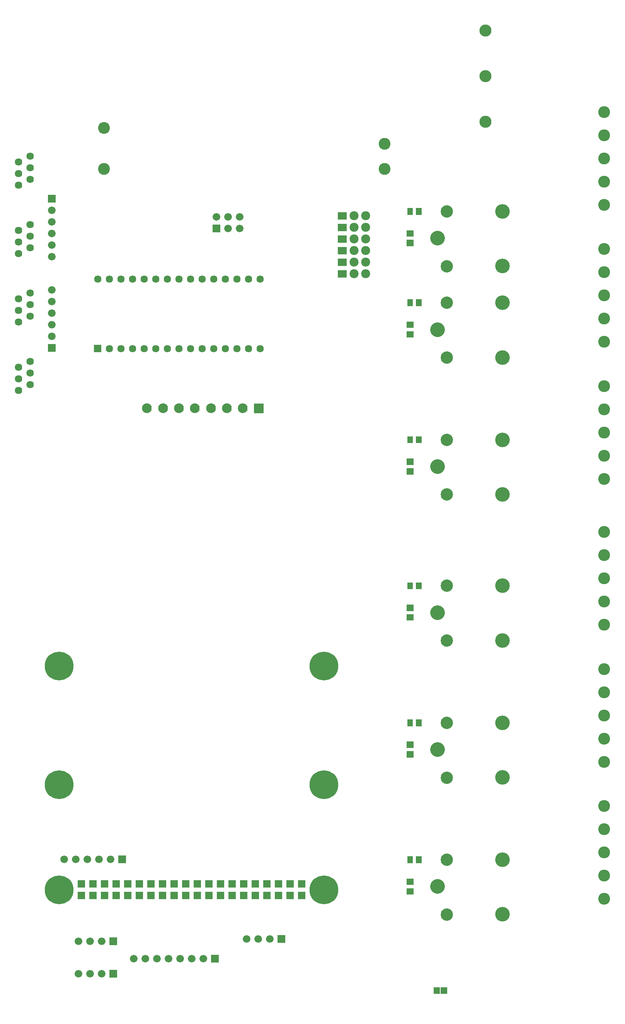
<source format=gts>
G04 Layer: TopSolderMaskLayer*
G04 EasyEDA v6.5.9, 2022-07-29 15:52:37*
G04 80419b3afb544e71809359e13b9e66d5,1d0123f043c44c6e98dfa3af7fe3442e,10*
G04 Gerber Generator version 0.2*
G04 Scale: 100 percent, Rotated: No, Reflected: No *
G04 Dimensions in millimeters *
G04 leading zeros omitted , absolute positions ,4 integer and 5 decimal *
%FSLAX45Y45*%
%MOMM*%

%ADD10C,3.2032*%
%ADD11C,1.6764*%
%ADD12C,2.6416*%
%ADD13C,1.9766*%
%ADD14C,2.7032*%
%ADD15C,2.6016*%
%ADD16C,1.6256*%
%ADD17C,6.3017*%
%ADD18C,2.1336*%
%ADD19C,1.6096*%
%ADD20C,2.6000*%
%ADD21C,0.0122*%

%LPD*%
D10*
X10150017Y5568010D02*
G01*
X10150017Y5568010D01*
X10150017Y2567990D02*
G01*
X10150017Y2567990D01*
X10150017Y16767987D02*
G01*
X10150017Y16767987D01*
X10150017Y14767991D02*
G01*
X10150017Y14767991D01*
X10150017Y11767997D02*
G01*
X10150017Y11767997D01*
X10150017Y8568004D02*
G01*
X10150017Y8568004D01*
D11*
G01*
X1968500Y3162300D03*
G01*
X2222500Y3162300D03*
G01*
X2476500Y3162300D03*
G01*
X2730500Y3162300D03*
G01*
X2984500Y3162300D03*
G36*
X3154679Y3078479D02*
G01*
X3154679Y3246120D01*
X3322320Y3246120D01*
X3322320Y3078479D01*
G37*
D12*
G01*
X11201400Y21319998D03*
G01*
X11201400Y20320000D03*
G01*
X11197793Y19320002D03*
G36*
X9679686Y17281144D02*
G01*
X9679686Y17428971D01*
X9803129Y17428971D01*
X9803129Y17281144D01*
G37*
G36*
X9486645Y17281144D02*
G01*
X9486645Y17428971D01*
X9610090Y17428971D01*
X9610090Y17281144D01*
G37*
G36*
X9679686Y15281147D02*
G01*
X9679686Y15428976D01*
X9803129Y15428976D01*
X9803129Y15281147D01*
G37*
G36*
X9486645Y15281147D02*
G01*
X9486645Y15428976D01*
X9610090Y15428976D01*
X9610090Y15281147D01*
G37*
G36*
X9679686Y12281154D02*
G01*
X9679686Y12428981D01*
X9803129Y12428981D01*
X9803129Y12281154D01*
G37*
G36*
X9486645Y12281154D02*
G01*
X9486645Y12428981D01*
X9610090Y12428981D01*
X9610090Y12281154D01*
G37*
G36*
X9679686Y9081008D02*
G01*
X9679686Y9228836D01*
X9803129Y9228836D01*
X9803129Y9081008D01*
G37*
G36*
X9486645Y9081008D02*
G01*
X9486645Y9228836D01*
X9610090Y9228836D01*
X9610090Y9081008D01*
G37*
G36*
X9679686Y6081013D02*
G01*
X9679686Y6228842D01*
X9803129Y6228842D01*
X9803129Y6081013D01*
G37*
G36*
X9486645Y6081013D02*
G01*
X9486645Y6228842D01*
X9610090Y6228842D01*
X9610090Y6081013D01*
G37*
G36*
X9679686Y3081020D02*
G01*
X9679686Y3228847D01*
X9803129Y3228847D01*
X9803129Y3081020D01*
G37*
G36*
X9486645Y3081020D02*
G01*
X9486645Y3228847D01*
X9610090Y3228847D01*
X9610090Y3081020D01*
G37*
D11*
G01*
X5816600Y17233900D03*
G01*
X5816600Y16979900D03*
G01*
X5562600Y17233900D03*
G01*
X5562600Y16979900D03*
G01*
X5308600Y17233900D03*
G36*
X5224779Y16896079D02*
G01*
X5224779Y17063720D01*
X5392420Y17063720D01*
X5392420Y16896079D01*
G37*
G36*
X7965693Y17179289D02*
G01*
X7965693Y17339310D01*
X8163306Y17339310D01*
X8163306Y17179289D01*
G37*
D13*
G01*
X8318500Y17259300D03*
G01*
X8572500Y17259300D03*
G36*
X7965693Y16925289D02*
G01*
X7965693Y17085310D01*
X8163306Y17085310D01*
X8163306Y16925289D01*
G37*
G01*
X8318500Y17005300D03*
G01*
X8572500Y17005300D03*
G36*
X7965693Y16671289D02*
G01*
X7965693Y16831310D01*
X8163306Y16831310D01*
X8163306Y16671289D01*
G37*
G01*
X8318500Y16751300D03*
G01*
X8572500Y16751300D03*
G36*
X7965693Y16417289D02*
G01*
X7965693Y16577310D01*
X8163306Y16577310D01*
X8163306Y16417289D01*
G37*
G01*
X8318500Y16497300D03*
G01*
X8572500Y16497300D03*
G36*
X7965693Y16163289D02*
G01*
X7965693Y16323310D01*
X8163306Y16323310D01*
X8163306Y16163289D01*
G37*
G01*
X8318500Y16243300D03*
G01*
X8572500Y16243300D03*
G36*
X7965693Y15909289D02*
G01*
X7965693Y16069310D01*
X8163306Y16069310D01*
X8163306Y15909289D01*
G37*
G01*
X8318500Y15989300D03*
G01*
X8572500Y15989300D03*
G36*
X9474961Y14802866D02*
G01*
X9474961Y14943074D01*
X9625075Y14943074D01*
X9625075Y14802866D01*
G37*
G36*
X9474961Y14592807D02*
G01*
X9474961Y14733016D01*
X9625075Y14733016D01*
X9625075Y14592807D01*
G37*
G36*
X9474961Y11802871D02*
G01*
X9474961Y11943079D01*
X9625075Y11943079D01*
X9625075Y11802871D01*
G37*
G36*
X9474961Y11592813D02*
G01*
X9474961Y11733021D01*
X9625075Y11733021D01*
X9625075Y11592813D01*
G37*
G36*
X9474961Y8602979D02*
G01*
X9474961Y8743187D01*
X9625075Y8743187D01*
X9625075Y8602979D01*
G37*
G36*
X9474961Y8392921D02*
G01*
X9474961Y8533129D01*
X9625075Y8533129D01*
X9625075Y8392921D01*
G37*
G36*
X9474961Y5602986D02*
G01*
X9474961Y5743194D01*
X9625075Y5743194D01*
X9625075Y5602986D01*
G37*
G36*
X9474961Y5392928D02*
G01*
X9474961Y5533136D01*
X9625075Y5533136D01*
X9625075Y5392928D01*
G37*
G36*
X9474961Y2602992D02*
G01*
X9474961Y2743200D01*
X9625075Y2743200D01*
X9625075Y2602992D01*
G37*
G36*
X9474961Y2392934D02*
G01*
X9474961Y2533142D01*
X9625075Y2533142D01*
X9625075Y2392934D01*
G37*
G36*
X9474961Y16802862D02*
G01*
X9474961Y16943070D01*
X9625075Y16943070D01*
X9625075Y16802862D01*
G37*
G36*
X9474961Y16592804D02*
G01*
X9474961Y16733012D01*
X9625075Y16733012D01*
X9625075Y16592804D01*
G37*
D14*
G01*
X10350017Y6155004D03*
G01*
X10350017Y4955006D03*
D10*
G01*
X11570004Y6155004D03*
G01*
X11574805Y4958410D03*
D14*
G01*
X10350017Y3154984D03*
G01*
X10350017Y1954987D03*
D10*
G01*
X11570004Y3154984D03*
G01*
X11574805Y1958390D03*
D15*
G01*
X13799997Y17499990D03*
G01*
X13799997Y18007990D03*
G01*
X13799997Y18515990D03*
G01*
X13799997Y19023990D03*
G01*
X13799997Y19531990D03*
G01*
X13799997Y14499996D03*
G01*
X13799997Y15007996D03*
G01*
X13799997Y15515996D03*
G01*
X13799997Y16023996D03*
G01*
X13799997Y16531996D03*
G01*
X13799997Y11500002D03*
G01*
X13799997Y12008002D03*
G01*
X13799997Y12516002D03*
G01*
X13799997Y13024002D03*
G01*
X13799997Y13532002D03*
G01*
X13799997Y8300008D03*
G01*
X13799997Y8808008D03*
G01*
X13799997Y9316008D03*
G01*
X13799997Y9824008D03*
G01*
X13799997Y10332008D03*
G01*
X13799997Y5299989D03*
G01*
X13799997Y5807989D03*
G01*
X13799997Y6315989D03*
G01*
X13799997Y6823989D03*
G01*
X13799997Y7331989D03*
G01*
X13799997Y2299995D03*
G01*
X13799997Y2807995D03*
G01*
X13799997Y3315995D03*
G01*
X13799997Y3823995D03*
G01*
X13799997Y4331995D03*
D11*
G01*
X1699996Y16364991D03*
G01*
X1699996Y16618991D03*
G01*
X1699996Y16872991D03*
G01*
X1699996Y17126991D03*
G01*
X1699996Y17380991D03*
G36*
X1616202Y17551145D02*
G01*
X1616202Y17718786D01*
X1783842Y17718786D01*
X1783842Y17551145D01*
G37*
G01*
X1699996Y15634995D03*
G01*
X1699996Y15380995D03*
G01*
X1699996Y15126995D03*
G01*
X1699996Y14872995D03*
G01*
X1699996Y14618995D03*
G36*
X1616202Y14281150D02*
G01*
X1616202Y14448789D01*
X1783842Y14448789D01*
X1783842Y14281150D01*
G37*
D16*
G01*
X1226997Y18567501D03*
G01*
X972997Y18440501D03*
G01*
X1226997Y18313501D03*
G01*
X972997Y18186501D03*
G01*
X1226997Y18059501D03*
G01*
X972997Y17932501D03*
G01*
X1226997Y17067504D03*
G01*
X972997Y16940504D03*
G01*
X1226997Y16813504D03*
G01*
X972997Y16686504D03*
G01*
X1226997Y16559504D03*
G01*
X972997Y16432504D03*
G01*
X1226997Y15567507D03*
G01*
X972997Y15440507D03*
G01*
X1226997Y15313507D03*
G01*
X972997Y15186507D03*
G01*
X1226997Y15059507D03*
G01*
X972997Y14932507D03*
G01*
X1226997Y14067510D03*
G01*
X972997Y13940510D03*
G01*
X1226997Y13813510D03*
G01*
X972997Y13686510D03*
G01*
X1226997Y13559510D03*
G01*
X972997Y13432510D03*
D17*
G01*
X7663992Y7399477D03*
G01*
X1865172Y7399477D03*
G01*
X1865172Y2499817D03*
G01*
X7663992Y2499817D03*
G36*
X7096252Y2546857D02*
G01*
X7096252Y2706878D01*
X7256272Y2706878D01*
X7256272Y2546857D01*
G37*
G36*
X6842252Y2546857D02*
G01*
X6842252Y2706878D01*
X7002272Y2706878D01*
X7002272Y2546857D01*
G37*
G36*
X6588252Y2546857D02*
G01*
X6588252Y2706878D01*
X6748272Y2706878D01*
X6748272Y2546857D01*
G37*
G36*
X6334252Y2546857D02*
G01*
X6334252Y2706878D01*
X6494272Y2706878D01*
X6494272Y2546857D01*
G37*
G36*
X6080252Y2546857D02*
G01*
X6080252Y2706878D01*
X6240272Y2706878D01*
X6240272Y2546857D01*
G37*
G36*
X5826252Y2546857D02*
G01*
X5826252Y2706878D01*
X5986272Y2706878D01*
X5986272Y2546857D01*
G37*
G36*
X7096252Y2292857D02*
G01*
X7096252Y2452878D01*
X7256272Y2452878D01*
X7256272Y2292857D01*
G37*
G36*
X6842252Y2292857D02*
G01*
X6842252Y2452878D01*
X7002272Y2452878D01*
X7002272Y2292857D01*
G37*
G36*
X6588252Y2292857D02*
G01*
X6588252Y2452878D01*
X6748272Y2452878D01*
X6748272Y2292857D01*
G37*
G36*
X6334252Y2292857D02*
G01*
X6334252Y2452878D01*
X6494272Y2452878D01*
X6494272Y2292857D01*
G37*
G36*
X6080252Y2292857D02*
G01*
X6080252Y2452878D01*
X6240272Y2452878D01*
X6240272Y2292857D01*
G37*
G36*
X5826252Y2292857D02*
G01*
X5826252Y2452878D01*
X5986272Y2452878D01*
X5986272Y2292857D01*
G37*
G36*
X5572252Y2546857D02*
G01*
X5572252Y2706878D01*
X5732272Y2706878D01*
X5732272Y2546857D01*
G37*
G36*
X5572252Y2292857D02*
G01*
X5572252Y2452878D01*
X5732272Y2452878D01*
X5732272Y2292857D01*
G37*
G36*
X5318252Y2546857D02*
G01*
X5318252Y2706878D01*
X5478272Y2706878D01*
X5478272Y2546857D01*
G37*
G36*
X5064252Y2546857D02*
G01*
X5064252Y2706878D01*
X5224272Y2706878D01*
X5224272Y2546857D01*
G37*
G36*
X4810252Y2546857D02*
G01*
X4810252Y2706878D01*
X4970272Y2706878D01*
X4970272Y2546857D01*
G37*
G36*
X4556252Y2546857D02*
G01*
X4556252Y2706878D01*
X4716272Y2706878D01*
X4716272Y2546857D01*
G37*
G36*
X4302252Y2546857D02*
G01*
X4302252Y2706878D01*
X4462272Y2706878D01*
X4462272Y2546857D01*
G37*
G36*
X4048252Y2546857D02*
G01*
X4048252Y2706878D01*
X4208272Y2706878D01*
X4208272Y2546857D01*
G37*
G36*
X5318252Y2292857D02*
G01*
X5318252Y2452878D01*
X5478272Y2452878D01*
X5478272Y2292857D01*
G37*
G36*
X5064252Y2292857D02*
G01*
X5064252Y2452878D01*
X5224272Y2452878D01*
X5224272Y2292857D01*
G37*
G36*
X4810252Y2292857D02*
G01*
X4810252Y2452878D01*
X4970272Y2452878D01*
X4970272Y2292857D01*
G37*
G36*
X4556252Y2292857D02*
G01*
X4556252Y2452878D01*
X4716272Y2452878D01*
X4716272Y2292857D01*
G37*
G36*
X4302252Y2292857D02*
G01*
X4302252Y2452878D01*
X4462272Y2452878D01*
X4462272Y2292857D01*
G37*
G36*
X4048252Y2292857D02*
G01*
X4048252Y2452878D01*
X4208272Y2452878D01*
X4208272Y2292857D01*
G37*
G36*
X3794252Y2546857D02*
G01*
X3794252Y2706878D01*
X3954272Y2706878D01*
X3954272Y2546857D01*
G37*
G36*
X3794252Y2292857D02*
G01*
X3794252Y2452878D01*
X3954272Y2452878D01*
X3954272Y2292857D01*
G37*
G36*
X3540252Y2546857D02*
G01*
X3540252Y2706878D01*
X3700272Y2706878D01*
X3700272Y2546857D01*
G37*
G36*
X3286252Y2546857D02*
G01*
X3286252Y2706878D01*
X3446272Y2706878D01*
X3446272Y2546857D01*
G37*
G36*
X3032252Y2546857D02*
G01*
X3032252Y2706878D01*
X3192272Y2706878D01*
X3192272Y2546857D01*
G37*
G36*
X2778252Y2546857D02*
G01*
X2778252Y2706878D01*
X2938272Y2706878D01*
X2938272Y2546857D01*
G37*
G36*
X2524252Y2546857D02*
G01*
X2524252Y2706878D01*
X2684272Y2706878D01*
X2684272Y2546857D01*
G37*
G36*
X2270252Y2546857D02*
G01*
X2270252Y2706878D01*
X2430272Y2706878D01*
X2430272Y2546857D01*
G37*
G36*
X3540252Y2292857D02*
G01*
X3540252Y2452878D01*
X3700272Y2452878D01*
X3700272Y2292857D01*
G37*
G36*
X3286252Y2292857D02*
G01*
X3286252Y2452878D01*
X3446272Y2452878D01*
X3446272Y2292857D01*
G37*
G36*
X3032252Y2292857D02*
G01*
X3032252Y2452878D01*
X3192272Y2452878D01*
X3192272Y2292857D01*
G37*
G36*
X2778252Y2292857D02*
G01*
X2778252Y2452878D01*
X2938272Y2452878D01*
X2938272Y2292857D01*
G37*
G36*
X2524252Y2292857D02*
G01*
X2524252Y2452878D01*
X2684272Y2452878D01*
X2684272Y2292857D01*
G37*
G36*
X2270252Y2292857D02*
G01*
X2270252Y2452878D01*
X2430272Y2452878D01*
X2430272Y2292857D01*
G37*
G36*
X6129020Y12936220D02*
G01*
X6129020Y13149579D01*
X6342379Y13149579D01*
X6342379Y12936220D01*
G37*
D18*
G01*
X5885179Y13042900D03*
G01*
X5534659Y13042900D03*
G01*
X5186679Y13042900D03*
G01*
X4836159Y13042900D03*
G01*
X4485640Y13042900D03*
G01*
X4135120Y13042900D03*
G01*
X3784600Y13042900D03*
G36*
X2964179Y1287779D02*
G01*
X2964179Y1455420D01*
X3131820Y1455420D01*
X3131820Y1287779D01*
G37*
D11*
G01*
X2794000Y1371600D03*
G01*
X2540000Y1371600D03*
G01*
X2286000Y1371600D03*
G36*
X6647179Y1338579D02*
G01*
X6647179Y1506220D01*
X6814820Y1506220D01*
X6814820Y1338579D01*
G37*
G01*
X6477000Y1422400D03*
G01*
X6223000Y1422400D03*
G01*
X5969000Y1422400D03*
G36*
X2964179Y576579D02*
G01*
X2964179Y744220D01*
X3131820Y744220D01*
X3131820Y576579D01*
G37*
G01*
X2794000Y660400D03*
G01*
X2540000Y660400D03*
G01*
X2286000Y660400D03*
G36*
X5186679Y906779D02*
G01*
X5186679Y1074420D01*
X5354320Y1074420D01*
X5354320Y906779D01*
G37*
G01*
X5016500Y990600D03*
G01*
X4762500Y990600D03*
G01*
X4508500Y990600D03*
G01*
X4254500Y990600D03*
G01*
X4000500Y990600D03*
G01*
X3746500Y990600D03*
G01*
X3492500Y990600D03*
D14*
G01*
X10350017Y17354981D03*
G01*
X10350017Y16154984D03*
D10*
G01*
X11570004Y17354981D03*
G01*
X11574805Y16158387D03*
D14*
G01*
X10350017Y15354985D03*
G01*
X10350017Y14154988D03*
D10*
G01*
X11570004Y15354985D03*
G01*
X11574805Y14158391D03*
D14*
G01*
X10350017Y12354991D03*
G01*
X10350017Y11154994D03*
D10*
G01*
X11570004Y12354991D03*
G01*
X11574805Y11158397D03*
D14*
G01*
X10350017Y9154998D03*
G01*
X10350017Y7955000D03*
D10*
G01*
X11570004Y9154998D03*
G01*
X11574805Y7958404D03*
G36*
X2624581Y14270481D02*
G01*
X2624581Y14431518D01*
X2785618Y14431518D01*
X2785618Y14270481D01*
G37*
D19*
G01*
X2959100Y14351000D03*
G01*
X3213100Y14351000D03*
G01*
X3467100Y14351000D03*
G01*
X3721100Y14351000D03*
G01*
X3975100Y14351000D03*
G01*
X4229100Y14351000D03*
G01*
X4483100Y14351000D03*
G01*
X4737100Y14351000D03*
G01*
X4991100Y14351000D03*
G01*
X5245100Y14351000D03*
G01*
X5499100Y14351000D03*
G01*
X2705100Y15875000D03*
G01*
X2959100Y15875000D03*
G01*
X3213100Y15875000D03*
G01*
X3467100Y15875000D03*
G01*
X3721100Y15875000D03*
G01*
X3975100Y15875000D03*
G01*
X4483100Y15875000D03*
G01*
X4737100Y15875000D03*
G01*
X5245100Y15875000D03*
G01*
X5499100Y15875000D03*
G01*
X4991100Y15875000D03*
G01*
X4229100Y15875000D03*
G01*
X5753100Y14351000D03*
G01*
X6007100Y14351000D03*
G01*
X6261100Y14351000D03*
G01*
X5753100Y15875000D03*
G01*
X6007100Y15875000D03*
G01*
X6261100Y15875000D03*
D20*
G01*
X2843199Y18282488D03*
G01*
X2843199Y19182486D03*
G01*
X8993200Y18282488D03*
G01*
X8993200Y18832474D03*
G36*
X10061702Y221995D02*
G01*
X10061702Y362204D01*
X10199877Y362204D01*
X10199877Y221995D01*
G37*
G36*
X10221722Y221995D02*
G01*
X10221722Y362204D01*
X10359897Y362204D01*
X10359897Y221995D01*
G37*
D17*
G01*
X7663992Y4799990D03*
G01*
X1865172Y4799990D03*
M02*

</source>
